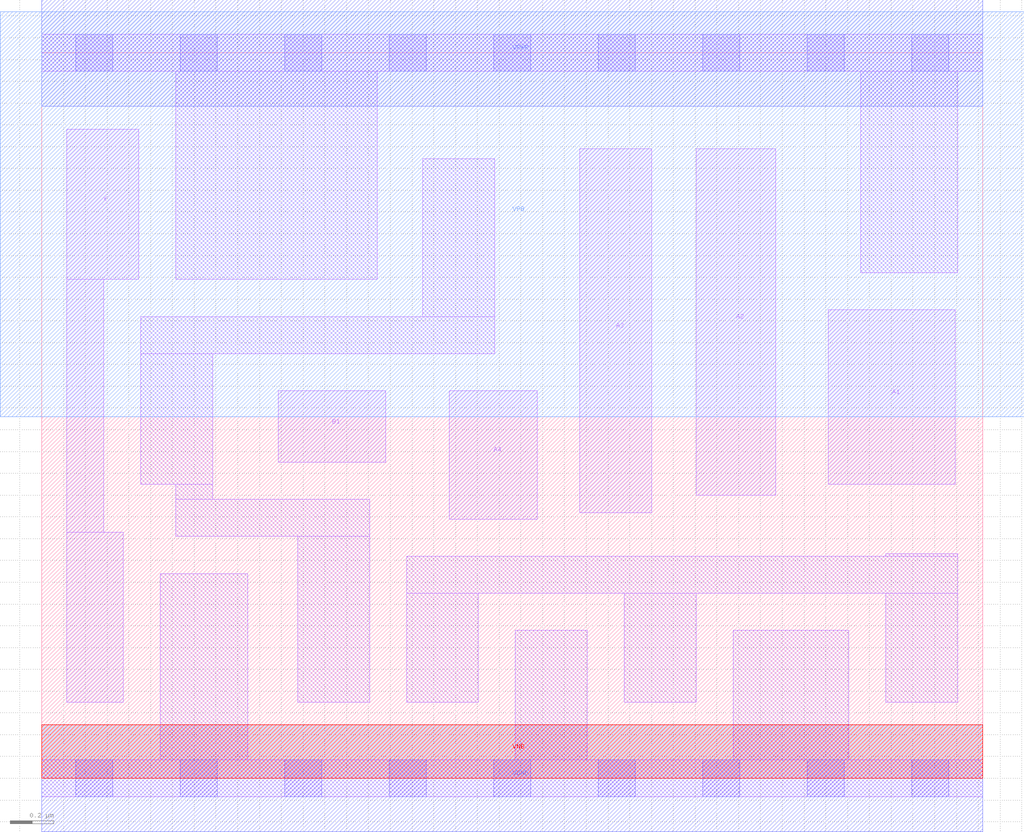
<source format=lef>
# Copyright 2020 The SkyWater PDK Authors
#
# Licensed under the Apache License, Version 2.0 (the "License");
# you may not use this file except in compliance with the License.
# You may obtain a copy of the License at
#
#     https://www.apache.org/licenses/LICENSE-2.0
#
# Unless required by applicable law or agreed to in writing, software
# distributed under the License is distributed on an "AS IS" BASIS,
# WITHOUT WARRANTIES OR CONDITIONS OF ANY KIND, either express or implied.
# See the License for the specific language governing permissions and
# limitations under the License.
#
# SPDX-License-Identifier: Apache-2.0

VERSION 5.7 ;
  NOWIREEXTENSIONATPIN ON ;
  DIVIDERCHAR "/" ;
  BUSBITCHARS "[]" ;
MACRO sky130_fd_sc_ls__o41a_1
  CLASS CORE ;
  FOREIGN sky130_fd_sc_ls__o41a_1 ;
  ORIGIN  0.000000  0.000000 ;
  SIZE  4.320000 BY  3.330000 ;
  SYMMETRY X Y ;
  SITE unit ;
  PIN A1
    ANTENNAGATEAREA  0.264000 ;
    DIRECTION INPUT ;
    USE SIGNAL ;
    PORT
      LAYER li1 ;
        RECT 3.610000 1.350000 4.195000 2.150000 ;
    END
  END A1
  PIN A2
    ANTENNAGATEAREA  0.264000 ;
    DIRECTION INPUT ;
    USE SIGNAL ;
    PORT
      LAYER li1 ;
        RECT 3.005000 1.300000 3.370000 2.890000 ;
    END
  END A2
  PIN A3
    ANTENNAGATEAREA  0.264000 ;
    DIRECTION INPUT ;
    USE SIGNAL ;
    PORT
      LAYER li1 ;
        RECT 2.470000 1.220000 2.800000 2.890000 ;
    END
  END A3
  PIN A4
    ANTENNAGATEAREA  0.264000 ;
    DIRECTION INPUT ;
    USE SIGNAL ;
    PORT
      LAYER li1 ;
        RECT 1.870000 1.190000 2.275000 1.780000 ;
    END
  END A4
  PIN B1
    ANTENNAGATEAREA  0.222000 ;
    DIRECTION INPUT ;
    USE SIGNAL ;
    PORT
      LAYER li1 ;
        RECT 1.085000 1.450000 1.580000 1.780000 ;
    END
  END B1
  PIN VNB
    PORT
      LAYER pwell ;
        RECT 0.000000 0.000000 4.320000 0.245000 ;
    END
  END VNB
  PIN VPB
    PORT
      LAYER nwell ;
        RECT -0.190000 1.660000 4.510000 3.520000 ;
    END
  END VPB
  PIN X
    ANTENNADIFFAREA  0.541300 ;
    DIRECTION OUTPUT ;
    USE SIGNAL ;
    PORT
      LAYER li1 ;
        RECT 0.115000 0.350000 0.375000 1.130000 ;
        RECT 0.115000 1.130000 0.285000 2.290000 ;
        RECT 0.115000 2.290000 0.445000 2.980000 ;
    END
  END X
  PIN VGND
    DIRECTION INOUT ;
    SHAPE ABUTMENT ;
    USE GROUND ;
    PORT
      LAYER met1 ;
        RECT 0.000000 -0.245000 4.320000 0.245000 ;
    END
  END VGND
  PIN VPWR
    DIRECTION INOUT ;
    SHAPE ABUTMENT ;
    USE POWER ;
    PORT
      LAYER met1 ;
        RECT 0.000000 3.085000 4.320000 3.575000 ;
    END
  END VPWR
  OBS
    LAYER li1 ;
      RECT 0.000000 -0.085000 4.320000 0.085000 ;
      RECT 0.000000  3.245000 4.320000 3.415000 ;
      RECT 0.455000  1.350000 0.785000 1.950000 ;
      RECT 0.455000  1.950000 2.080000 2.120000 ;
      RECT 0.545000  0.085000 0.945000 0.940000 ;
      RECT 0.615000  1.110000 1.505000 1.280000 ;
      RECT 0.615000  1.280000 0.785000 1.350000 ;
      RECT 0.615000  2.290000 1.540000 3.245000 ;
      RECT 1.175000  0.350000 1.505000 1.110000 ;
      RECT 1.675000  0.350000 2.005000 0.850000 ;
      RECT 1.675000  0.850000 4.205000 1.020000 ;
      RECT 1.750000  2.120000 2.080000 2.845000 ;
      RECT 2.175000  0.085000 2.505000 0.680000 ;
      RECT 2.675000  0.350000 3.005000 0.850000 ;
      RECT 3.175000  0.085000 3.705000 0.680000 ;
      RECT 3.760000  2.320000 4.205000 3.245000 ;
      RECT 3.875000  0.350000 4.205000 0.850000 ;
      RECT 3.875000  1.020000 4.205000 1.030000 ;
    LAYER mcon ;
      RECT 0.155000 -0.085000 0.325000 0.085000 ;
      RECT 0.155000  3.245000 0.325000 3.415000 ;
      RECT 0.635000 -0.085000 0.805000 0.085000 ;
      RECT 0.635000  3.245000 0.805000 3.415000 ;
      RECT 1.115000 -0.085000 1.285000 0.085000 ;
      RECT 1.115000  3.245000 1.285000 3.415000 ;
      RECT 1.595000 -0.085000 1.765000 0.085000 ;
      RECT 1.595000  3.245000 1.765000 3.415000 ;
      RECT 2.075000 -0.085000 2.245000 0.085000 ;
      RECT 2.075000  3.245000 2.245000 3.415000 ;
      RECT 2.555000 -0.085000 2.725000 0.085000 ;
      RECT 2.555000  3.245000 2.725000 3.415000 ;
      RECT 3.035000 -0.085000 3.205000 0.085000 ;
      RECT 3.035000  3.245000 3.205000 3.415000 ;
      RECT 3.515000 -0.085000 3.685000 0.085000 ;
      RECT 3.515000  3.245000 3.685000 3.415000 ;
      RECT 3.995000 -0.085000 4.165000 0.085000 ;
      RECT 3.995000  3.245000 4.165000 3.415000 ;
  END
END sky130_fd_sc_ls__o41a_1
END LIBRARY

</source>
